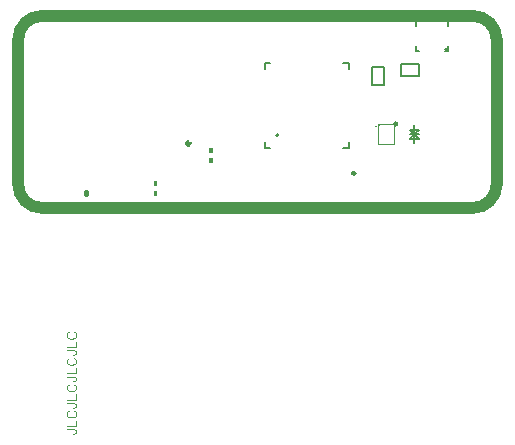
<source format=gto>
G04 Layer: TopSilkscreenLayer*
G04 EasyEDA Pro v2.2.20.11, 2024-05-07 19:26:09*
G04 Gerber Generator version 0.3*
G04 Scale: 100 percent, Rotated: No, Reflected: No*
G04 Dimensions in millimeters*
G04 Leading zeros omitted, absolute positions, 3 integers and 5 decimals*
%FSLAX35Y35*%
%MOMM*%
%ADD10C,0.1*%
%ADD11C,0.1016*%
%ADD12C,0.127*%
%ADD13C,0.254*%
%ADD14C,0.1524*%
%ADD15C,0.15001*%
%ADD16C,0.24892*%
%ADD17C,1.0*%
%ADD18C,0.3*%
G75*


G04 Text Start*
G54D10*
G01X1883918Y6646418D02*
G01X1943862Y6646418D01*
G01X1955038Y6642862D01*
G01X1958848Y6639052D01*
G01X1962658Y6631432D01*
G01X1962658Y6624066D01*
G01X1958848Y6616446D01*
G01X1955038Y6612636D01*
G01X1943862Y6609080D01*
G01X1936496Y6609080D01*
G01X1883918Y6674358D02*
G01X1962658Y6674358D01*
G01X1962658Y6674358D02*
G01X1962658Y6719316D01*
G01X1902714Y6803644D02*
G01X1895094Y6799834D01*
G01X1887728Y6792214D01*
G01X1883918Y6784848D01*
G01X1883918Y6769862D01*
G01X1887728Y6762242D01*
G01X1895094Y6754876D01*
G01X1902714Y6751066D01*
G01X1913890Y6747256D01*
G01X1932686Y6747256D01*
G01X1943862Y6751066D01*
G01X1951482Y6754876D01*
G01X1958848Y6762242D01*
G01X1962658Y6769862D01*
G01X1962658Y6784848D01*
G01X1958848Y6792214D01*
G01X1951482Y6799834D01*
G01X1943862Y6803644D01*
G01X1883918Y6869176D02*
G01X1943862Y6869176D01*
G01X1955038Y6865366D01*
G01X1958848Y6861556D01*
G01X1962658Y6854190D01*
G01X1962658Y6846570D01*
G01X1958848Y6839204D01*
G01X1955038Y6835394D01*
G01X1943862Y6831584D01*
G01X1936496Y6831584D01*
G01X1883918Y6897116D02*
G01X1962658Y6897116D01*
G01X1962658Y6897116D02*
G01X1962658Y6942074D01*
G01X1902714Y7026402D02*
G01X1895094Y7022592D01*
G01X1887728Y7014972D01*
G01X1883918Y7007606D01*
G01X1883918Y6992620D01*
G01X1887728Y6985000D01*
G01X1895094Y6977634D01*
G01X1902714Y6973824D01*
G01X1913890Y6970014D01*
G01X1932686Y6970014D01*
G01X1943862Y6973824D01*
G01X1951482Y6977634D01*
G01X1958848Y6985000D01*
G01X1962658Y6992620D01*
G01X1962658Y7007606D01*
G01X1958848Y7014972D01*
G01X1951482Y7022592D01*
G01X1943862Y7026402D01*
G01X1883918Y7091934D02*
G01X1943862Y7091934D01*
G01X1955038Y7088124D01*
G01X1958848Y7084314D01*
G01X1962658Y7076948D01*
G01X1962658Y7069328D01*
G01X1958848Y7061962D01*
G01X1955038Y7058152D01*
G01X1943862Y7054342D01*
G01X1936496Y7054342D01*
G01X1883918Y7119874D02*
G01X1962658Y7119874D01*
G01X1962658Y7119874D02*
G01X1962658Y7164832D01*
G01X1902714Y7249160D02*
G01X1895094Y7245350D01*
G01X1887728Y7237730D01*
G01X1883918Y7230364D01*
G01X1883918Y7215378D01*
G01X1887728Y7207758D01*
G01X1895094Y7200392D01*
G01X1902714Y7196582D01*
G01X1913890Y7192772D01*
G01X1932686Y7192772D01*
G01X1943862Y7196582D01*
G01X1951482Y7200392D01*
G01X1958848Y7207758D01*
G01X1962658Y7215378D01*
G01X1962658Y7230364D01*
G01X1958848Y7237730D01*
G01X1951482Y7245350D01*
G01X1943862Y7249160D01*
G01X1883918Y7314692D02*
G01X1943862Y7314692D01*
G01X1955038Y7310882D01*
G01X1958848Y7307072D01*
G01X1962658Y7299706D01*
G01X1962658Y7292086D01*
G01X1958848Y7284720D01*
G01X1955038Y7280910D01*
G01X1943862Y7277100D01*
G01X1936496Y7277100D01*
G01X1883918Y7342632D02*
G01X1962658Y7342632D01*
G01X1962658Y7342632D02*
G01X1962658Y7387590D01*
G01X1902714Y7471918D02*
G01X1895094Y7468108D01*
G01X1887728Y7460488D01*
G01X1883918Y7453122D01*
G01X1883918Y7438136D01*
G01X1887728Y7430516D01*
G01X1895094Y7423150D01*
G01X1902714Y7419340D01*
G01X1913890Y7415530D01*
G01X1932686Y7415530D01*
G01X1943862Y7419340D01*
G01X1951482Y7423150D01*
G01X1958848Y7430516D01*
G01X1962658Y7438136D01*
G01X1962658Y7453122D01*
G01X1958848Y7460488D01*
G01X1951482Y7468108D01*
G01X1943862Y7471918D01*
G04 Text End*

G04 PolygonModel Start*
G54D11*
G01X4656526Y9063817D02*
G01X4516526Y9063817D01*
G01X4656526Y9063817D02*
G01X4656526Y9233819D01*
G01X4516526Y9233819D02*
G01X4656526Y9233819D01*
G01X4516526Y9212631D02*
G01X4516526Y9212834D01*
G01X4516526Y9212834D02*
G01X4537512Y9233819D01*
G01X4516526Y9211869D02*
G01X4516526Y9218422D01*
G01X4516526Y9218422D02*
G01X4531924Y9233819D01*
G01X4516526Y9063817D02*
G01X4516526Y9233819D01*
G54D12*
G01X4762500Y9735947D02*
G01X4864100Y9735947D01*
G01X4864100Y9735947D02*
G01X4864100Y9634347D01*
G01X4864100Y9634347D02*
G01X4711700Y9634347D01*
G01X4711700Y9634347D02*
G01X4711700Y9735947D01*
G01X4711700Y9735947D02*
G01X4762500Y9735947D01*
G01X4569828Y9664700D02*
G01X4569828Y9563100D01*
G01X4569828Y9563100D02*
G01X4468228Y9563100D01*
G01X4468228Y9563100D02*
G01X4468228Y9715500D01*
G01X4468228Y9715500D02*
G01X4569828Y9715500D01*
G01X4569828Y9715500D02*
G01X4569828Y9664700D01*
G54D13*
G01X2041276Y8667869D02*
G01X2053976Y8667869D01*
G01X2053976Y8667869D02*
G01X2053976Y8629769D01*
G01X2053976Y8629769D02*
G01X2041276Y8629769D01*
G01X2041276Y8629769D02*
G01X2041276Y8667869D01*
G54D14*
G01X4274144Y9080762D02*
G01X4274144Y9031194D01*
G01X4274144Y9031194D02*
G01X4224576Y9031194D01*
G01X3558906Y9080762D02*
G01X3558906Y9031194D01*
G01X3558906Y9031194D02*
G01X3608474Y9031194D01*
G01X4274144Y9696864D02*
G01X4274144Y9746432D01*
G01X4274144Y9746432D02*
G01X4224576Y9746432D01*
G01X3558906Y9696864D02*
G01X3558906Y9746432D01*
G01X3558906Y9746432D02*
G01X3608474Y9746432D01*
G01X4868471Y9846196D02*
G01X4843899Y9846196D01*
G01X4843899Y9846196D02*
G01X4843899Y9895766D01*
G01X4868471Y10111438D02*
G01X4843899Y10111438D01*
G01X4843899Y10111438D02*
G01X4843899Y10061867D01*
G01X5084569Y9846196D02*
G01X5109141Y9846196D01*
G01X5109141Y9846196D02*
G01X5109141Y9895766D01*
G01X5084569Y10111438D02*
G01X5109141Y10111438D01*
G01X5109141Y10111438D02*
G01X5109141Y10061867D01*
G54D15*
G01X4864621Y9143919D02*
G01X4788421Y9143919D01*
G01X4826521Y9220119D02*
G01X4826521Y9067719D01*
G01X4864621Y9182019D02*
G01X4826521Y9143919D01*
G01X4826521Y9143919D02*
G01X4788421Y9182019D01*
G01X4788421Y9182019D02*
G01X4864621Y9182019D01*
G01X4788421Y9105819D02*
G01X4826521Y9143919D01*
G01X4826521Y9143919D02*
G01X4864621Y9105819D01*
G01X4864621Y9105819D02*
G01X4788421Y9105819D01*
G54D16*
G01X4300322Y8812619D02*
G03X4325213Y8812746I12446J127D01*
G03X4300322Y8812873I-12446J0D01*
G36*
G01X3123024Y8905319D02*
G01X3123024Y8947569D01*
G01X3092544Y8947569D01*
G01X3092544Y8905319D01*
G01X3123024Y8905319D01*
G37*
G36*
G01X3123024Y9032319D02*
G01X3123024Y8990068D01*
G01X3092544Y8990068D01*
G01X3092544Y9032319D01*
G01X3123024Y9032319D01*
G37*
G36*
G01X2620025Y8752319D02*
G01X2620025Y8710069D01*
G01X2650505Y8710069D01*
G01X2650505Y8752319D01*
G01X2620025Y8752319D01*
G37*
G36*
G01X2620025Y8625319D02*
G01X2620025Y8667570D01*
G01X2650505Y8667570D01*
G01X2650505Y8625319D01*
G01X2620025Y8625319D01*
G37*

G04 Rect Start*
G54D17*
G01X1473200Y8721700D02*
G01X1473200Y9947300D01*
G02X1673200Y10147300I200000J0D01*
G01X5324500Y10147300D01*
G02X5524500Y9947300I0J-200000D01*
G01X5524500Y8721700D01*
G02X5324500Y8521700I-200000J0D01*
G01X1673200Y8521700D01*
G02X1473200Y8721700I0J200000D01*
G04 Rect End*

G04 Circle Start*
G54D11*
G01X4494124Y9209811D02*
G03X4504893Y9209811I5385J0D01*
G03X4494124Y9209811I-5385J0D01*
G54D18*
G01X2898648Y9068156D02*
G03X2928671Y9068156I15011J0D01*
G03X2898648Y9068156I-15011J0D01*
G54D15*
G01X3656571Y9137193D02*
G03X3677222Y9137193I10325J0D01*
G03X3656571Y9137193I-10325J0D01*
G01X5087417Y9860255D02*
G03X5102403Y9860255I7493J0D01*
G03X5087417Y9860255I-7493J0D01*
G54D18*
G01X4663521Y9232824D02*
G03X4677176Y9232824I6828J0D01*
G03X4663521Y9232824I-6828J0D01*
G04 Circle End*

M02*


</source>
